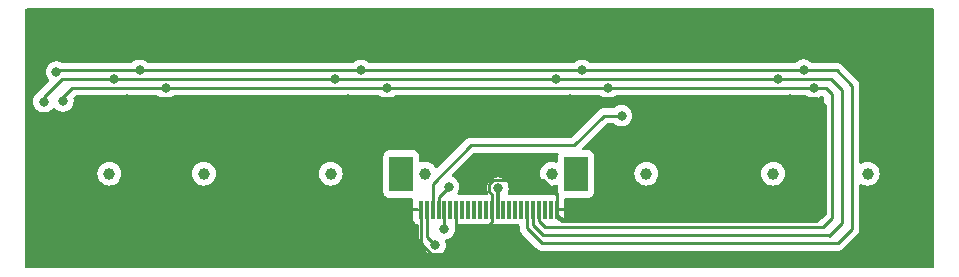
<source format=gbl>
%TF.GenerationSoftware,KiCad,Pcbnew,(6.0.1)*%
%TF.CreationDate,2022-03-04T18:54:32+03:00*%
%TF.ProjectId,MICROSD_EM_V1.1,4d494352-4f53-4445-9f45-4d5f56312e31,rev?*%
%TF.SameCoordinates,Original*%
%TF.FileFunction,Copper,L2,Bot*%
%TF.FilePolarity,Positive*%
%FSLAX46Y46*%
G04 Gerber Fmt 4.6, Leading zero omitted, Abs format (unit mm)*
G04 Created by KiCad (PCBNEW (6.0.1)) date 2022-03-04 18:54:32*
%MOMM*%
%LPD*%
G01*
G04 APERTURE LIST*
%TA.AperFunction,ComponentPad*%
%ADD10C,1.000000*%
%TD*%
%TA.AperFunction,SMDPad,CuDef*%
%ADD11R,0.300000X1.500000*%
%TD*%
%TA.AperFunction,SMDPad,CuDef*%
%ADD12R,2.000000X3.000000*%
%TD*%
%TA.AperFunction,ViaPad*%
%ADD13C,0.800000*%
%TD*%
%TA.AperFunction,Conductor*%
%ADD14C,0.250000*%
%TD*%
%TA.AperFunction,Conductor*%
%ADD15C,0.300000*%
%TD*%
%TA.AperFunction,Conductor*%
%ADD16C,0.400000*%
%TD*%
G04 APERTURE END LIST*
D10*
%TO.P,J4,11*%
%TO.N,N/C*%
X104633334Y-141500000D03*
X112633334Y-141500000D03*
%TD*%
%TO.P,J3,11*%
%TO.N,N/C*%
X123366667Y-141500000D03*
X131366667Y-141500000D03*
%TD*%
%TO.P,J1,11*%
%TO.N,N/C*%
X168833334Y-141500000D03*
X160833334Y-141500000D03*
%TD*%
%TO.P,J2,11*%
%TO.N,N/C*%
X142100000Y-141500000D03*
X150100000Y-141500000D03*
%TD*%
D11*
%TO.P,J5,1*%
%TO.N,GND*%
X130999999Y-144538481D03*
%TO.P,J5,2*%
%TO.N,/M2_D1*%
X131500023Y-144538481D03*
%TO.P,J5,3*%
%TO.N,/M2_D2*%
X131999997Y-144538481D03*
%TO.P,J5,4*%
%TO.N,/M2_D3*%
X132500021Y-144538481D03*
%TO.P,J5,5*%
%TO.N,/M2_D4*%
X132999995Y-144538481D03*
%TO.P,J5,6*%
%TO.N,/M2_D5*%
X133500019Y-144538481D03*
%TO.P,J5,7*%
%TO.N,GND*%
X133999993Y-144538481D03*
%TO.P,J5,8*%
%TO.N,/M2_D10*%
X134500017Y-144538481D03*
%TO.P,J5,9*%
%TO.N,/M2_D9*%
X134999991Y-144538481D03*
%TO.P,J5,10*%
%TO.N,/M2_D8*%
X135500015Y-144538481D03*
%TO.P,J5,11*%
%TO.N,/M2_D7*%
X135999989Y-144538481D03*
%TO.P,J5,12*%
%TO.N,/M2_D6*%
X136500013Y-144538481D03*
%TO.P,J5,13*%
%TO.N,GND*%
X136999987Y-144538481D03*
%TO.P,J5,14*%
%TO.N,/+3.3*%
X137500011Y-144538481D03*
%TO.P,J5,15*%
%TO.N,/VCC3*%
X137999985Y-144538481D03*
%TO.P,J5,16*%
%TO.N,/M3_D1*%
X138500009Y-144538481D03*
%TO.P,J5,17*%
%TO.N,/M3_D2*%
X138999983Y-144538481D03*
%TO.P,J5,18*%
%TO.N,/M3_D7*%
X139500007Y-144538481D03*
%TO.P,J5,19*%
%TO.N,/B3*%
X139999981Y-144538481D03*
%TO.P,J5,20*%
%TO.N,/B5*%
X140500005Y-144538481D03*
%TO.P,J5,21*%
%TO.N,/B4*%
X140999979Y-144538481D03*
%TO.P,J5,22*%
%TO.N,/B1*%
X141500003Y-144538481D03*
%TO.P,J5,23*%
%TO.N,/B2*%
X142000028Y-144538481D03*
%TO.P,J5,24*%
%TO.N,GND*%
X142500052Y-144538481D03*
D12*
%TO.P,J5,A*%
%TO.N,N/C*%
X129350015Y-141538487D03*
X144149985Y-141538487D03*
%TD*%
D13*
%TO.N,/B4*%
X100700000Y-135350000D03*
%TO.N,/B5*%
X99100000Y-135400000D03*
%TO.N,/B3*%
X100150000Y-132900000D03*
%TO.N,/M2_D1*%
X132200000Y-147550000D03*
%TO.N,/B4*%
X164300000Y-134250000D03*
X128150000Y-134250000D03*
X109400000Y-134250000D03*
X146850000Y-134250000D03*
%TO.N,/+3.3*%
X137524500Y-142724549D03*
%TO.N,/B3*%
X125950000Y-132750000D03*
X144650000Y-132750000D03*
X163408326Y-132741674D03*
X107200000Y-132750000D03*
%TO.N,/B5*%
X142450000Y-133500000D03*
X123750000Y-133500000D03*
X105000000Y-133500000D03*
X161208330Y-133491670D03*
%TO.N,/M2_D2*%
X148000000Y-136600000D03*
%TO.N,/M2_D3*%
X133350000Y-142600000D03*
%TO.N,/M2_D4*%
X133000000Y-146150000D03*
%TO.N,GND*%
X124850000Y-135150000D03*
X106100000Y-135150000D03*
X162300000Y-135150000D03*
X143600000Y-135150000D03*
%TD*%
D14*
%TO.N,/B4*%
X100700000Y-135050000D02*
X100700000Y-135350000D01*
X101500000Y-134250000D02*
X100700000Y-135050000D01*
%TO.N,/B5*%
X99100000Y-135000000D02*
X99100000Y-135400000D01*
X100600000Y-133500000D02*
X99100000Y-135000000D01*
%TO.N,/B3*%
X100300000Y-132750000D02*
X100150000Y-132900000D01*
X107200000Y-132750000D02*
X100300000Y-132750000D01*
%TO.N,/B5*%
X105000000Y-133500000D02*
X100600000Y-133500000D01*
%TO.N,/B4*%
X109400000Y-134250000D02*
X101500000Y-134250000D01*
%TO.N,/M2_D1*%
X131500000Y-144538504D02*
X131500000Y-146850000D01*
X131500023Y-144538481D02*
X131500000Y-144538504D01*
X131500000Y-146850000D02*
X132200000Y-147550000D01*
%TO.N,/B4*%
X165800000Y-145264282D02*
X165800000Y-134750000D01*
X140999979Y-144538481D02*
X140999979Y-145549979D01*
X165014282Y-146050000D02*
X165800000Y-145264282D01*
X141500000Y-146050000D02*
X165014282Y-146050000D01*
X164300000Y-134250000D02*
X109400000Y-134250000D01*
X140999979Y-145549979D02*
X141500000Y-146050000D01*
X165300000Y-134250000D02*
X164300000Y-134250000D01*
X165800000Y-134750000D02*
X165300000Y-134250000D01*
%TO.N,/+3.3*%
X137500011Y-142799989D02*
X137524500Y-142775500D01*
X137524500Y-142775500D02*
X137524500Y-142724549D01*
D15*
X137500011Y-144538481D02*
X137500011Y-142799989D01*
D14*
%TO.N,/B3*%
X141300000Y-147400000D02*
X166300000Y-147400000D01*
X167500000Y-146200000D02*
X167500000Y-134050000D01*
X167500000Y-134050000D02*
X166200000Y-132750000D01*
X166200000Y-132750000D02*
X144650000Y-132750000D01*
X139999981Y-144538481D02*
X139999981Y-146099981D01*
X144650000Y-132750000D02*
X107200000Y-132750000D01*
X139999981Y-146099981D02*
X141300000Y-147400000D01*
X166300000Y-147400000D02*
X167500000Y-146200000D01*
%TO.N,/B5*%
X141350000Y-146700000D02*
X140500005Y-145850005D01*
X166650000Y-145650000D02*
X165549520Y-146750480D01*
X140500005Y-145850005D02*
X140500005Y-144538481D01*
X165699520Y-133500000D02*
X142450000Y-133500000D01*
X142450000Y-133500000D02*
X123750000Y-133500000D01*
X165600000Y-146725000D02*
X141350000Y-146725000D01*
X166650000Y-134450480D02*
X165699520Y-133500000D01*
X123750000Y-133500000D02*
X105000000Y-133500000D01*
X166650000Y-145599520D02*
X166650000Y-134450480D01*
%TO.N,/M2_D2*%
X146500000Y-136600000D02*
X148000000Y-136600000D01*
X135250000Y-139100000D02*
X144000000Y-139100000D01*
X144000000Y-139100000D02*
X146500000Y-136600000D01*
X131999997Y-142350003D02*
X135250000Y-139100000D01*
X131999997Y-144538481D02*
X131999997Y-142350003D01*
%TO.N,/M2_D3*%
X132500021Y-143449979D02*
X132500021Y-144538481D01*
X133350000Y-142600000D02*
X132500021Y-143449979D01*
%TO.N,/M2_D4*%
X132999995Y-144538481D02*
X132999995Y-146149995D01*
X132999995Y-146149995D02*
X133000000Y-146150000D01*
%TO.N,GND*%
X136650000Y-145900000D02*
X134400000Y-145900000D01*
D16*
X142550000Y-145050000D02*
X142950000Y-145450000D01*
D14*
X136800000Y-142350000D02*
X137150000Y-142000000D01*
X136999987Y-144538481D02*
X136999987Y-143224601D01*
X133999993Y-147700007D02*
X133425489Y-148274511D01*
D16*
X165100000Y-135750000D02*
X164500000Y-135150000D01*
D14*
X133999993Y-146300007D02*
X133999993Y-147700007D01*
X137150000Y-142000000D02*
X141350000Y-142000000D01*
X136800000Y-143024614D02*
X136800000Y-142350000D01*
D16*
X164500000Y-135150000D02*
X162300000Y-135150000D01*
X124850000Y-135150000D02*
X137350000Y-135150000D01*
D14*
X134400000Y-145900000D02*
X133999993Y-146300007D01*
D16*
X165100000Y-144800000D02*
X165100000Y-135750000D01*
X162300000Y-135150000D02*
X143600000Y-135150000D01*
D14*
X130999999Y-147399999D02*
X130999999Y-144538481D01*
X131874511Y-148274511D02*
X130999999Y-147399999D01*
X142500052Y-145000052D02*
X142500052Y-144538481D01*
X141350000Y-142000000D02*
X142500052Y-143150052D01*
X142550000Y-145050000D02*
X142500052Y-145000052D01*
X136999987Y-143224601D02*
X136800000Y-143024614D01*
X133425489Y-148274511D02*
X131874511Y-148274511D01*
X142500052Y-143150052D02*
X142500052Y-144538481D01*
X133999993Y-146300007D02*
X133999993Y-144538481D01*
D16*
X142950000Y-145450000D02*
X164450000Y-145450000D01*
D14*
X136999987Y-144538481D02*
X136999987Y-145550013D01*
D16*
X106100000Y-135150000D02*
X124850000Y-135150000D01*
D14*
X136999987Y-145550013D02*
X136650000Y-145900000D01*
D16*
X143600000Y-135150000D02*
X137250000Y-135150000D01*
X164450000Y-145450000D02*
X165100000Y-144800000D01*
%TD*%
%TA.AperFunction,Conductor*%
%TO.N,GND*%
G36*
X174434121Y-127528002D02*
G01*
X174480614Y-127581658D01*
X174492000Y-127634000D01*
X174492000Y-149366000D01*
X174471998Y-149434121D01*
X174418342Y-149480614D01*
X174366000Y-149492000D01*
X97634000Y-149492000D01*
X97565879Y-149471998D01*
X97519386Y-149418342D01*
X97508000Y-149366000D01*
X97508000Y-141485851D01*
X103620053Y-141485851D01*
X103636602Y-141682934D01*
X103638301Y-141688858D01*
X103686928Y-141858440D01*
X103691117Y-141873050D01*
X103781521Y-142048956D01*
X103904369Y-142203953D01*
X103909062Y-142207947D01*
X103909063Y-142207948D01*
X103933500Y-142228745D01*
X104054984Y-142332136D01*
X104227628Y-142428624D01*
X104415726Y-142489740D01*
X104612111Y-142513158D01*
X104618246Y-142512686D01*
X104618248Y-142512686D01*
X104803164Y-142498457D01*
X104803168Y-142498456D01*
X104809306Y-142497984D01*
X104999797Y-142444798D01*
X105005301Y-142442018D01*
X105005303Y-142442017D01*
X105170829Y-142358404D01*
X105170831Y-142358403D01*
X105176330Y-142355625D01*
X105332181Y-142233861D01*
X105461412Y-142084145D01*
X105559103Y-141912179D01*
X105621531Y-141724513D01*
X105646319Y-141528295D01*
X105646714Y-141500000D01*
X105645327Y-141485851D01*
X111620053Y-141485851D01*
X111636602Y-141682934D01*
X111638301Y-141688858D01*
X111686928Y-141858440D01*
X111691117Y-141873050D01*
X111781521Y-142048956D01*
X111904369Y-142203953D01*
X111909062Y-142207947D01*
X111909063Y-142207948D01*
X111933500Y-142228745D01*
X112054984Y-142332136D01*
X112227628Y-142428624D01*
X112415726Y-142489740D01*
X112612111Y-142513158D01*
X112618246Y-142512686D01*
X112618248Y-142512686D01*
X112803164Y-142498457D01*
X112803168Y-142498456D01*
X112809306Y-142497984D01*
X112999797Y-142444798D01*
X113005301Y-142442018D01*
X113005303Y-142442017D01*
X113170829Y-142358404D01*
X113170831Y-142358403D01*
X113176330Y-142355625D01*
X113332181Y-142233861D01*
X113461412Y-142084145D01*
X113559103Y-141912179D01*
X113621531Y-141724513D01*
X113646319Y-141528295D01*
X113646714Y-141500000D01*
X113645327Y-141485851D01*
X122353386Y-141485851D01*
X122369935Y-141682934D01*
X122371634Y-141688858D01*
X122420261Y-141858440D01*
X122424450Y-141873050D01*
X122514854Y-142048956D01*
X122637702Y-142203953D01*
X122642395Y-142207947D01*
X122642396Y-142207948D01*
X122666833Y-142228745D01*
X122788317Y-142332136D01*
X122960961Y-142428624D01*
X123149059Y-142489740D01*
X123345444Y-142513158D01*
X123351579Y-142512686D01*
X123351581Y-142512686D01*
X123536497Y-142498457D01*
X123536501Y-142498456D01*
X123542639Y-142497984D01*
X123733130Y-142444798D01*
X123738634Y-142442018D01*
X123738636Y-142442017D01*
X123904162Y-142358404D01*
X123904164Y-142358403D01*
X123909663Y-142355625D01*
X124065514Y-142233861D01*
X124194745Y-142084145D01*
X124292436Y-141912179D01*
X124354864Y-141724513D01*
X124379652Y-141528295D01*
X124380047Y-141500000D01*
X124360747Y-141303167D01*
X124303583Y-141113831D01*
X124210733Y-140939204D01*
X124140376Y-140852938D01*
X124089627Y-140790713D01*
X124089624Y-140790710D01*
X124085732Y-140785938D01*
X124079391Y-140780692D01*
X123938092Y-140663799D01*
X123938088Y-140663797D01*
X123933342Y-140659870D01*
X123759368Y-140565802D01*
X123570435Y-140507318D01*
X123564310Y-140506674D01*
X123564309Y-140506674D01*
X123379871Y-140487289D01*
X123379869Y-140487289D01*
X123373742Y-140486645D01*
X123291243Y-140494153D01*
X123182918Y-140504011D01*
X123182915Y-140504012D01*
X123176779Y-140504570D01*
X123170873Y-140506308D01*
X123170869Y-140506309D01*
X123065743Y-140537249D01*
X122987048Y-140560410D01*
X122981590Y-140563263D01*
X122981586Y-140563265D01*
X122890814Y-140610720D01*
X122811777Y-140652040D01*
X122657642Y-140775968D01*
X122530513Y-140927474D01*
X122527546Y-140932872D01*
X122527542Y-140932877D01*
X122462385Y-141051399D01*
X122435234Y-141100787D01*
X122433373Y-141106654D01*
X122433372Y-141106656D01*
X122377294Y-141283436D01*
X122375432Y-141289306D01*
X122353386Y-141485851D01*
X113645327Y-141485851D01*
X113627414Y-141303167D01*
X113570250Y-141113831D01*
X113477400Y-140939204D01*
X113407043Y-140852938D01*
X113356294Y-140790713D01*
X113356291Y-140790710D01*
X113352399Y-140785938D01*
X113346058Y-140780692D01*
X113204759Y-140663799D01*
X113204755Y-140663797D01*
X113200009Y-140659870D01*
X113026035Y-140565802D01*
X112837102Y-140507318D01*
X112830977Y-140506674D01*
X112830976Y-140506674D01*
X112646538Y-140487289D01*
X112646536Y-140487289D01*
X112640409Y-140486645D01*
X112557910Y-140494153D01*
X112449585Y-140504011D01*
X112449582Y-140504012D01*
X112443446Y-140504570D01*
X112437540Y-140506308D01*
X112437536Y-140506309D01*
X112332410Y-140537249D01*
X112253715Y-140560410D01*
X112248257Y-140563263D01*
X112248253Y-140563265D01*
X112157481Y-140610720D01*
X112078444Y-140652040D01*
X111924309Y-140775968D01*
X111797180Y-140927474D01*
X111794213Y-140932872D01*
X111794209Y-140932877D01*
X111729052Y-141051399D01*
X111701901Y-141100787D01*
X111700040Y-141106654D01*
X111700039Y-141106656D01*
X111643961Y-141283436D01*
X111642099Y-141289306D01*
X111620053Y-141485851D01*
X105645327Y-141485851D01*
X105627414Y-141303167D01*
X105570250Y-141113831D01*
X105477400Y-140939204D01*
X105407043Y-140852938D01*
X105356294Y-140790713D01*
X105356291Y-140790710D01*
X105352399Y-140785938D01*
X105346058Y-140780692D01*
X105204759Y-140663799D01*
X105204755Y-140663797D01*
X105200009Y-140659870D01*
X105026035Y-140565802D01*
X104837102Y-140507318D01*
X104830977Y-140506674D01*
X104830976Y-140506674D01*
X104646538Y-140487289D01*
X104646536Y-140487289D01*
X104640409Y-140486645D01*
X104557910Y-140494153D01*
X104449585Y-140504011D01*
X104449582Y-140504012D01*
X104443446Y-140504570D01*
X104437540Y-140506308D01*
X104437536Y-140506309D01*
X104332410Y-140537249D01*
X104253715Y-140560410D01*
X104248257Y-140563263D01*
X104248253Y-140563265D01*
X104157481Y-140610720D01*
X104078444Y-140652040D01*
X103924309Y-140775968D01*
X103797180Y-140927474D01*
X103794213Y-140932872D01*
X103794209Y-140932877D01*
X103729052Y-141051399D01*
X103701901Y-141100787D01*
X103700040Y-141106654D01*
X103700039Y-141106656D01*
X103643961Y-141283436D01*
X103642099Y-141289306D01*
X103620053Y-141485851D01*
X97508000Y-141485851D01*
X97508000Y-135400000D01*
X98186496Y-135400000D01*
X98206458Y-135589928D01*
X98265473Y-135771556D01*
X98360960Y-135936944D01*
X98365378Y-135941851D01*
X98365379Y-135941852D01*
X98447223Y-136032749D01*
X98488747Y-136078866D01*
X98643248Y-136191118D01*
X98649276Y-136193802D01*
X98649278Y-136193803D01*
X98794591Y-136258500D01*
X98817712Y-136268794D01*
X98911112Y-136288647D01*
X98998056Y-136307128D01*
X98998061Y-136307128D01*
X99004513Y-136308500D01*
X99195487Y-136308500D01*
X99201939Y-136307128D01*
X99201944Y-136307128D01*
X99288888Y-136288647D01*
X99382288Y-136268794D01*
X99405409Y-136258500D01*
X99550722Y-136193803D01*
X99550724Y-136193802D01*
X99556752Y-136191118D01*
X99711253Y-136078866D01*
X99828875Y-135948233D01*
X99889320Y-135910994D01*
X99960303Y-135912346D01*
X100016145Y-135948234D01*
X100088747Y-136028866D01*
X100157566Y-136078866D01*
X100234178Y-136134528D01*
X100243248Y-136141118D01*
X100249276Y-136143802D01*
X100249278Y-136143803D01*
X100304985Y-136168605D01*
X100417712Y-136218794D01*
X100492680Y-136234729D01*
X100598056Y-136257128D01*
X100598061Y-136257128D01*
X100604513Y-136258500D01*
X100795487Y-136258500D01*
X100801939Y-136257128D01*
X100801944Y-136257128D01*
X100907320Y-136234729D01*
X100982288Y-136218794D01*
X101095015Y-136168605D01*
X101150722Y-136143803D01*
X101150724Y-136143802D01*
X101156752Y-136141118D01*
X101165823Y-136134528D01*
X101242434Y-136078866D01*
X101311253Y-136028866D01*
X101359775Y-135974977D01*
X101434621Y-135891852D01*
X101434622Y-135891851D01*
X101439040Y-135886944D01*
X101509288Y-135765271D01*
X101531223Y-135727279D01*
X101531224Y-135727278D01*
X101534527Y-135721556D01*
X101593542Y-135539928D01*
X101613504Y-135350000D01*
X101599487Y-135216635D01*
X101594233Y-135166642D01*
X101594232Y-135166638D01*
X101593542Y-135160072D01*
X101591502Y-135153792D01*
X101591500Y-135153785D01*
X101590987Y-135152207D01*
X101590960Y-135151244D01*
X101590128Y-135147332D01*
X101590843Y-135147180D01*
X101588961Y-135081240D01*
X101621726Y-135024178D01*
X101670403Y-134975502D01*
X101725501Y-134920404D01*
X101787813Y-134886379D01*
X101814596Y-134883500D01*
X108691800Y-134883500D01*
X108759921Y-134903502D01*
X108779147Y-134919843D01*
X108779420Y-134919540D01*
X108784332Y-134923963D01*
X108788747Y-134928866D01*
X108943248Y-135041118D01*
X108949276Y-135043802D01*
X108949278Y-135043803D01*
X109111681Y-135116109D01*
X109117712Y-135118794D01*
X109211113Y-135138647D01*
X109298056Y-135157128D01*
X109298061Y-135157128D01*
X109304513Y-135158500D01*
X109495487Y-135158500D01*
X109501939Y-135157128D01*
X109501944Y-135157128D01*
X109588887Y-135138647D01*
X109682288Y-135118794D01*
X109688319Y-135116109D01*
X109850722Y-135043803D01*
X109850724Y-135043802D01*
X109856752Y-135041118D01*
X110011253Y-134928866D01*
X110015668Y-134923963D01*
X110020580Y-134919540D01*
X110021705Y-134920789D01*
X110075014Y-134887949D01*
X110108200Y-134883500D01*
X127441800Y-134883500D01*
X127509921Y-134903502D01*
X127529147Y-134919843D01*
X127529420Y-134919540D01*
X127534332Y-134923963D01*
X127538747Y-134928866D01*
X127693248Y-135041118D01*
X127699276Y-135043802D01*
X127699278Y-135043803D01*
X127861681Y-135116109D01*
X127867712Y-135118794D01*
X127961113Y-135138647D01*
X128048056Y-135157128D01*
X128048061Y-135157128D01*
X128054513Y-135158500D01*
X128245487Y-135158500D01*
X128251939Y-135157128D01*
X128251944Y-135157128D01*
X128338887Y-135138647D01*
X128432288Y-135118794D01*
X128438319Y-135116109D01*
X128600722Y-135043803D01*
X128600724Y-135043802D01*
X128606752Y-135041118D01*
X128761253Y-134928866D01*
X128765668Y-134923963D01*
X128770580Y-134919540D01*
X128771705Y-134920789D01*
X128825014Y-134887949D01*
X128858200Y-134883500D01*
X146141800Y-134883500D01*
X146209921Y-134903502D01*
X146229147Y-134919843D01*
X146229420Y-134919540D01*
X146234332Y-134923963D01*
X146238747Y-134928866D01*
X146393248Y-135041118D01*
X146399276Y-135043802D01*
X146399278Y-135043803D01*
X146561681Y-135116109D01*
X146567712Y-135118794D01*
X146661113Y-135138647D01*
X146748056Y-135157128D01*
X146748061Y-135157128D01*
X146754513Y-135158500D01*
X146945487Y-135158500D01*
X146951939Y-135157128D01*
X146951944Y-135157128D01*
X147038887Y-135138647D01*
X147132288Y-135118794D01*
X147138319Y-135116109D01*
X147300722Y-135043803D01*
X147300724Y-135043802D01*
X147306752Y-135041118D01*
X147461253Y-134928866D01*
X147465668Y-134923963D01*
X147470580Y-134919540D01*
X147471705Y-134920789D01*
X147525014Y-134887949D01*
X147558200Y-134883500D01*
X163591800Y-134883500D01*
X163659921Y-134903502D01*
X163679147Y-134919843D01*
X163679420Y-134919540D01*
X163684332Y-134923963D01*
X163688747Y-134928866D01*
X163843248Y-135041118D01*
X163849276Y-135043802D01*
X163849278Y-135043803D01*
X164011681Y-135116109D01*
X164017712Y-135118794D01*
X164111113Y-135138647D01*
X164198056Y-135157128D01*
X164198061Y-135157128D01*
X164204513Y-135158500D01*
X164395487Y-135158500D01*
X164401939Y-135157128D01*
X164401944Y-135157128D01*
X164488887Y-135138647D01*
X164582288Y-135118794D01*
X164588319Y-135116109D01*
X164750722Y-135043803D01*
X164750724Y-135043802D01*
X164756752Y-135041118D01*
X164911253Y-134928866D01*
X164913398Y-134926484D01*
X164976267Y-134896313D01*
X165046721Y-134905076D01*
X165085667Y-134931572D01*
X165129596Y-134975502D01*
X165163621Y-135037814D01*
X165166500Y-135064596D01*
X165166500Y-144949687D01*
X165146498Y-145017808D01*
X165129595Y-145038783D01*
X164788781Y-145379596D01*
X164726469Y-145413621D01*
X164699686Y-145416500D01*
X143284052Y-145416500D01*
X143215931Y-145396498D01*
X143169438Y-145342842D01*
X143158052Y-145290500D01*
X143158052Y-144706596D01*
X143153577Y-144691357D01*
X143152187Y-144690152D01*
X143144504Y-144688481D01*
X142784528Y-144688481D01*
X142716407Y-144668479D01*
X142669914Y-144614823D01*
X142658528Y-144562481D01*
X142658528Y-144514481D01*
X142678530Y-144446360D01*
X142732186Y-144399867D01*
X142784528Y-144388481D01*
X143139936Y-144388481D01*
X143155175Y-144384006D01*
X143156380Y-144382616D01*
X143158051Y-144374933D01*
X143158051Y-143743812D01*
X143157682Y-143736993D01*
X143152207Y-143686593D01*
X143164736Y-143616711D01*
X143213057Y-143564696D01*
X143277470Y-143546987D01*
X145198119Y-143546987D01*
X145260301Y-143540232D01*
X145396690Y-143489102D01*
X145513246Y-143401748D01*
X145600600Y-143285192D01*
X145651730Y-143148803D01*
X145658485Y-143086621D01*
X145658485Y-141485851D01*
X149086719Y-141485851D01*
X149103268Y-141682934D01*
X149104967Y-141688858D01*
X149153594Y-141858440D01*
X149157783Y-141873050D01*
X149248187Y-142048956D01*
X149371035Y-142203953D01*
X149375728Y-142207947D01*
X149375729Y-142207948D01*
X149400166Y-142228745D01*
X149521650Y-142332136D01*
X149694294Y-142428624D01*
X149882392Y-142489740D01*
X150078777Y-142513158D01*
X150084912Y-142512686D01*
X150084914Y-142512686D01*
X150269830Y-142498457D01*
X150269834Y-142498456D01*
X150275972Y-142497984D01*
X150466463Y-142444798D01*
X150471967Y-142442018D01*
X150471969Y-142442017D01*
X150637495Y-142358404D01*
X150637497Y-142358403D01*
X150642996Y-142355625D01*
X150798847Y-142233861D01*
X150928078Y-142084145D01*
X151025769Y-141912179D01*
X151088197Y-141724513D01*
X151112985Y-141528295D01*
X151113380Y-141500000D01*
X151111993Y-141485851D01*
X159820053Y-141485851D01*
X159836602Y-141682934D01*
X159838301Y-141688858D01*
X159886928Y-141858440D01*
X159891117Y-141873050D01*
X159981521Y-142048956D01*
X160104369Y-142203953D01*
X160109062Y-142207947D01*
X160109063Y-142207948D01*
X160133500Y-142228745D01*
X160254984Y-142332136D01*
X160427628Y-142428624D01*
X160615726Y-142489740D01*
X160812111Y-142513158D01*
X160818246Y-142512686D01*
X160818248Y-142512686D01*
X161003164Y-142498457D01*
X161003168Y-142498456D01*
X161009306Y-142497984D01*
X161199797Y-142444798D01*
X161205301Y-142442018D01*
X161205303Y-142442017D01*
X161370829Y-142358404D01*
X161370831Y-142358403D01*
X161376330Y-142355625D01*
X161532181Y-142233861D01*
X161661412Y-142084145D01*
X161759103Y-141912179D01*
X161821531Y-141724513D01*
X161846319Y-141528295D01*
X161846714Y-141500000D01*
X161827414Y-141303167D01*
X161770250Y-141113831D01*
X161677400Y-140939204D01*
X161607043Y-140852938D01*
X161556294Y-140790713D01*
X161556291Y-140790710D01*
X161552399Y-140785938D01*
X161546058Y-140780692D01*
X161404759Y-140663799D01*
X161404755Y-140663797D01*
X161400009Y-140659870D01*
X161226035Y-140565802D01*
X161037102Y-140507318D01*
X161030977Y-140506674D01*
X161030976Y-140506674D01*
X160846538Y-140487289D01*
X160846536Y-140487289D01*
X160840409Y-140486645D01*
X160757910Y-140494153D01*
X160649585Y-140504011D01*
X160649582Y-140504012D01*
X160643446Y-140504570D01*
X160637540Y-140506308D01*
X160637536Y-140506309D01*
X160532410Y-140537249D01*
X160453715Y-140560410D01*
X160448257Y-140563263D01*
X160448253Y-140563265D01*
X160357481Y-140610720D01*
X160278444Y-140652040D01*
X160124309Y-140775968D01*
X159997180Y-140927474D01*
X159994213Y-140932872D01*
X159994209Y-140932877D01*
X159929052Y-141051399D01*
X159901901Y-141100787D01*
X159900040Y-141106654D01*
X159900039Y-141106656D01*
X159843961Y-141283436D01*
X159842099Y-141289306D01*
X159820053Y-141485851D01*
X151111993Y-141485851D01*
X151094080Y-141303167D01*
X151036916Y-141113831D01*
X150944066Y-140939204D01*
X150873709Y-140852938D01*
X150822960Y-140790713D01*
X150822957Y-140790710D01*
X150819065Y-140785938D01*
X150812724Y-140780692D01*
X150671425Y-140663799D01*
X150671421Y-140663797D01*
X150666675Y-140659870D01*
X150492701Y-140565802D01*
X150303768Y-140507318D01*
X150297643Y-140506674D01*
X150297642Y-140506674D01*
X150113204Y-140487289D01*
X150113202Y-140487289D01*
X150107075Y-140486645D01*
X150024576Y-140494153D01*
X149916251Y-140504011D01*
X149916248Y-140504012D01*
X149910112Y-140504570D01*
X149904206Y-140506308D01*
X149904202Y-140506309D01*
X149799076Y-140537249D01*
X149720381Y-140560410D01*
X149714923Y-140563263D01*
X149714919Y-140563265D01*
X149624147Y-140610720D01*
X149545110Y-140652040D01*
X149390975Y-140775968D01*
X149263846Y-140927474D01*
X149260879Y-140932872D01*
X149260875Y-140932877D01*
X149195718Y-141051399D01*
X149168567Y-141100787D01*
X149166706Y-141106654D01*
X149166705Y-141106656D01*
X149110627Y-141283436D01*
X149108765Y-141289306D01*
X149086719Y-141485851D01*
X145658485Y-141485851D01*
X145658485Y-139990353D01*
X145651730Y-139928171D01*
X145600600Y-139791782D01*
X145513246Y-139675226D01*
X145396690Y-139587872D01*
X145260301Y-139536742D01*
X145198119Y-139529987D01*
X144770107Y-139529987D01*
X144701986Y-139509985D01*
X144655493Y-139456329D01*
X144645389Y-139386055D01*
X144674883Y-139321475D01*
X144681012Y-139314892D01*
X146725500Y-137270405D01*
X146787812Y-137236379D01*
X146814595Y-137233500D01*
X147291800Y-137233500D01*
X147359921Y-137253502D01*
X147379147Y-137269843D01*
X147379420Y-137269540D01*
X147384332Y-137273963D01*
X147388747Y-137278866D01*
X147543248Y-137391118D01*
X147549276Y-137393802D01*
X147549278Y-137393803D01*
X147711681Y-137466109D01*
X147717712Y-137468794D01*
X147811113Y-137488647D01*
X147898056Y-137507128D01*
X147898061Y-137507128D01*
X147904513Y-137508500D01*
X148095487Y-137508500D01*
X148101939Y-137507128D01*
X148101944Y-137507128D01*
X148188887Y-137488647D01*
X148282288Y-137468794D01*
X148288319Y-137466109D01*
X148450722Y-137393803D01*
X148450724Y-137393802D01*
X148456752Y-137391118D01*
X148611253Y-137278866D01*
X148634091Y-137253502D01*
X148734621Y-137141852D01*
X148734622Y-137141851D01*
X148739040Y-137136944D01*
X148834527Y-136971556D01*
X148893542Y-136789928D01*
X148913504Y-136600000D01*
X148893542Y-136410072D01*
X148834527Y-136228444D01*
X148827406Y-136216109D01*
X148783830Y-136140634D01*
X148739040Y-136063056D01*
X148722882Y-136045110D01*
X148615675Y-135926045D01*
X148615674Y-135926044D01*
X148611253Y-135921134D01*
X148456752Y-135808882D01*
X148450724Y-135806198D01*
X148450722Y-135806197D01*
X148288319Y-135733891D01*
X148288318Y-135733891D01*
X148282288Y-135731206D01*
X148188887Y-135711353D01*
X148101944Y-135692872D01*
X148101939Y-135692872D01*
X148095487Y-135691500D01*
X147904513Y-135691500D01*
X147898061Y-135692872D01*
X147898056Y-135692872D01*
X147811113Y-135711353D01*
X147717712Y-135731206D01*
X147711682Y-135733891D01*
X147711681Y-135733891D01*
X147549278Y-135806197D01*
X147549276Y-135806198D01*
X147543248Y-135808882D01*
X147388747Y-135921134D01*
X147384332Y-135926037D01*
X147379420Y-135930460D01*
X147378295Y-135929211D01*
X147324986Y-135962051D01*
X147291800Y-135966500D01*
X146578767Y-135966500D01*
X146567584Y-135965973D01*
X146560091Y-135964298D01*
X146552165Y-135964547D01*
X146552164Y-135964547D01*
X146492001Y-135966438D01*
X146488043Y-135966500D01*
X146460144Y-135966500D01*
X146456154Y-135967004D01*
X146444320Y-135967936D01*
X146400111Y-135969326D01*
X146392497Y-135971538D01*
X146392492Y-135971539D01*
X146380659Y-135974977D01*
X146361296Y-135978988D01*
X146341203Y-135981526D01*
X146333836Y-135984443D01*
X146333831Y-135984444D01*
X146300092Y-135997802D01*
X146288865Y-136001646D01*
X146246407Y-136013982D01*
X146239581Y-136018019D01*
X146228972Y-136024293D01*
X146211224Y-136032988D01*
X146192383Y-136040448D01*
X146185967Y-136045110D01*
X146185966Y-136045110D01*
X146156613Y-136066436D01*
X146146693Y-136072952D01*
X146115465Y-136091420D01*
X146115462Y-136091422D01*
X146108638Y-136095458D01*
X146094317Y-136109779D01*
X146079284Y-136122619D01*
X146062893Y-136134528D01*
X146055220Y-136143803D01*
X146034702Y-136168605D01*
X146026712Y-136177384D01*
X143774500Y-138429595D01*
X143712188Y-138463621D01*
X143685405Y-138466500D01*
X135328763Y-138466500D01*
X135317579Y-138465973D01*
X135310091Y-138464299D01*
X135302168Y-138464548D01*
X135242033Y-138466438D01*
X135238075Y-138466500D01*
X135210144Y-138466500D01*
X135206229Y-138466995D01*
X135206225Y-138466995D01*
X135206167Y-138467003D01*
X135206138Y-138467006D01*
X135194296Y-138467939D01*
X135150110Y-138469327D01*
X135132744Y-138474372D01*
X135130658Y-138474978D01*
X135111306Y-138478986D01*
X135104235Y-138479880D01*
X135091203Y-138481526D01*
X135083834Y-138484443D01*
X135083832Y-138484444D01*
X135050097Y-138497800D01*
X135038869Y-138501645D01*
X134996407Y-138513982D01*
X134989585Y-138518016D01*
X134989579Y-138518019D01*
X134978968Y-138524294D01*
X134961218Y-138532990D01*
X134949756Y-138537528D01*
X134949751Y-138537531D01*
X134942383Y-138540448D01*
X134935968Y-138545109D01*
X134906625Y-138566427D01*
X134896707Y-138572943D01*
X134878019Y-138583995D01*
X134858637Y-138595458D01*
X134844313Y-138609782D01*
X134829281Y-138622621D01*
X134812893Y-138634528D01*
X134784712Y-138668593D01*
X134776722Y-138677373D01*
X132436722Y-141017373D01*
X132374410Y-141051399D01*
X132303595Y-141046334D01*
X132246759Y-141003787D01*
X132236375Y-140987430D01*
X132213629Y-140944649D01*
X132213625Y-140944642D01*
X132210733Y-140939204D01*
X132140376Y-140852938D01*
X132089627Y-140790713D01*
X132089624Y-140790710D01*
X132085732Y-140785938D01*
X132079391Y-140780692D01*
X131938092Y-140663799D01*
X131938088Y-140663797D01*
X131933342Y-140659870D01*
X131759368Y-140565802D01*
X131570435Y-140507318D01*
X131564310Y-140506674D01*
X131564309Y-140506674D01*
X131379871Y-140487289D01*
X131379869Y-140487289D01*
X131373742Y-140486645D01*
X131291243Y-140494153D01*
X131182918Y-140504011D01*
X131182915Y-140504012D01*
X131176779Y-140504570D01*
X131170869Y-140506310D01*
X131170866Y-140506310D01*
X131020089Y-140550685D01*
X130949093Y-140550729D01*
X130889342Y-140512383D01*
X130859809Y-140447821D01*
X130858515Y-140429811D01*
X130858515Y-139990353D01*
X130851760Y-139928171D01*
X130800630Y-139791782D01*
X130713276Y-139675226D01*
X130596720Y-139587872D01*
X130460331Y-139536742D01*
X130398149Y-139529987D01*
X128301881Y-139529987D01*
X128239699Y-139536742D01*
X128103310Y-139587872D01*
X127986754Y-139675226D01*
X127899400Y-139791782D01*
X127848270Y-139928171D01*
X127841515Y-139990353D01*
X127841515Y-143086621D01*
X127848270Y-143148803D01*
X127899400Y-143285192D01*
X127986754Y-143401748D01*
X128103310Y-143489102D01*
X128239699Y-143540232D01*
X128301881Y-143546987D01*
X130222580Y-143546987D01*
X130290701Y-143566989D01*
X130337194Y-143620645D01*
X130347843Y-143686594D01*
X130342368Y-143736993D01*
X130341999Y-143743809D01*
X130341999Y-144370366D01*
X130346474Y-144385605D01*
X130347864Y-144386810D01*
X130355547Y-144388481D01*
X130715523Y-144388481D01*
X130783644Y-144408483D01*
X130830137Y-144462139D01*
X130841523Y-144514481D01*
X130841523Y-144562481D01*
X130821521Y-144630602D01*
X130767865Y-144677095D01*
X130715523Y-144688481D01*
X130360115Y-144688481D01*
X130344876Y-144692956D01*
X130343671Y-144694346D01*
X130342000Y-144702029D01*
X130342000Y-145333150D01*
X130342370Y-145339971D01*
X130347894Y-145390833D01*
X130351520Y-145406085D01*
X130396675Y-145526535D01*
X130405213Y-145542130D01*
X130481714Y-145644205D01*
X130494275Y-145656766D01*
X130596350Y-145733267D01*
X130611945Y-145741805D01*
X130732393Y-145786959D01*
X130747649Y-145790587D01*
X130754106Y-145791288D01*
X130819669Y-145818529D01*
X130860096Y-145876891D01*
X130866500Y-145916551D01*
X130866500Y-146771233D01*
X130865973Y-146782416D01*
X130864298Y-146789909D01*
X130864547Y-146797835D01*
X130864547Y-146797836D01*
X130866438Y-146857986D01*
X130866500Y-146861945D01*
X130866500Y-146889856D01*
X130866997Y-146893790D01*
X130866997Y-146893791D01*
X130867005Y-146893856D01*
X130867938Y-146905693D01*
X130869327Y-146949889D01*
X130874978Y-146969339D01*
X130878987Y-146988700D01*
X130881526Y-147008797D01*
X130884445Y-147016168D01*
X130884445Y-147016170D01*
X130897804Y-147049912D01*
X130901649Y-147061142D01*
X130913982Y-147103593D01*
X130918015Y-147110412D01*
X130918017Y-147110417D01*
X130924293Y-147121028D01*
X130932988Y-147138776D01*
X130940448Y-147157617D01*
X130945110Y-147164033D01*
X130945110Y-147164034D01*
X130966436Y-147193387D01*
X130972952Y-147203307D01*
X130995458Y-147241362D01*
X131009779Y-147255683D01*
X131022619Y-147270716D01*
X131034528Y-147287107D01*
X131040634Y-147292158D01*
X131068605Y-147315298D01*
X131077384Y-147323288D01*
X131252878Y-147498782D01*
X131286904Y-147561094D01*
X131289092Y-147574703D01*
X131306458Y-147739928D01*
X131365473Y-147921556D01*
X131460960Y-148086944D01*
X131588747Y-148228866D01*
X131743248Y-148341118D01*
X131749276Y-148343802D01*
X131749278Y-148343803D01*
X131911681Y-148416109D01*
X131917712Y-148418794D01*
X132011113Y-148438647D01*
X132098056Y-148457128D01*
X132098061Y-148457128D01*
X132104513Y-148458500D01*
X132295487Y-148458500D01*
X132301939Y-148457128D01*
X132301944Y-148457128D01*
X132388887Y-148438647D01*
X132482288Y-148418794D01*
X132488319Y-148416109D01*
X132650722Y-148343803D01*
X132650724Y-148343802D01*
X132656752Y-148341118D01*
X132811253Y-148228866D01*
X132939040Y-148086944D01*
X133034527Y-147921556D01*
X133093542Y-147739928D01*
X133113504Y-147550000D01*
X133093542Y-147360072D01*
X133056794Y-147246973D01*
X133045254Y-147211457D01*
X133043226Y-147140490D01*
X133079889Y-147079692D01*
X133138889Y-147049275D01*
X133282288Y-147018794D01*
X133304742Y-147008797D01*
X133450722Y-146943803D01*
X133450724Y-146943802D01*
X133456752Y-146941118D01*
X133611253Y-146828866D01*
X133739040Y-146686944D01*
X133807498Y-146568372D01*
X133831223Y-146527279D01*
X133831224Y-146527278D01*
X133834527Y-146521556D01*
X133893542Y-146339928D01*
X133894732Y-146328611D01*
X133912814Y-146156565D01*
X133913504Y-146150000D01*
X133909502Y-146111926D01*
X133894232Y-145966635D01*
X133894232Y-145966633D01*
X133893542Y-145960072D01*
X133864276Y-145870000D01*
X133862249Y-145799032D01*
X133898911Y-145738234D01*
X133908540Y-145730240D01*
X133924452Y-145718315D01*
X133990955Y-145693466D01*
X134060338Y-145708517D01*
X134075576Y-145718309D01*
X134103312Y-145739096D01*
X134103313Y-145739096D01*
X134103091Y-145739393D01*
X134149126Y-145785529D01*
X134151348Y-145790900D01*
X134155858Y-145794809D01*
X134163541Y-145796480D01*
X134194662Y-145796480D01*
X134201484Y-145796110D01*
X134234073Y-145792571D01*
X134261285Y-145792571D01*
X134298484Y-145796612D01*
X134298488Y-145796612D01*
X134301883Y-145796981D01*
X134698151Y-145796981D01*
X134736399Y-145792826D01*
X134763609Y-145792826D01*
X134801857Y-145796981D01*
X135198125Y-145796981D01*
X135236398Y-145792823D01*
X135263608Y-145792823D01*
X135301881Y-145796981D01*
X135698149Y-145796981D01*
X135736397Y-145792826D01*
X135763607Y-145792826D01*
X135801855Y-145796981D01*
X136198123Y-145796981D01*
X136236396Y-145792823D01*
X136263606Y-145792823D01*
X136301879Y-145796981D01*
X136698147Y-145796981D01*
X136701542Y-145796612D01*
X136701546Y-145796612D01*
X136738717Y-145792574D01*
X136765931Y-145792574D01*
X136798499Y-145796112D01*
X136805316Y-145796481D01*
X136831872Y-145796481D01*
X136847111Y-145792006D01*
X136869376Y-145766311D01*
X136869906Y-145766770D01*
X136876657Y-145754405D01*
X136896849Y-145739272D01*
X136896717Y-145739096D01*
X136896718Y-145739096D01*
X136924448Y-145718313D01*
X136990953Y-145693466D01*
X137060335Y-145708519D01*
X137075570Y-145718309D01*
X137103306Y-145739096D01*
X137103307Y-145739096D01*
X137103085Y-145739393D01*
X137149120Y-145785529D01*
X137151342Y-145790900D01*
X137155852Y-145794809D01*
X137163535Y-145796480D01*
X137194656Y-145796480D01*
X137201478Y-145796110D01*
X137234067Y-145792571D01*
X137261279Y-145792571D01*
X137298478Y-145796612D01*
X137298482Y-145796612D01*
X137301877Y-145796981D01*
X137698145Y-145796981D01*
X137736393Y-145792826D01*
X137763603Y-145792826D01*
X137801851Y-145796981D01*
X138198119Y-145796981D01*
X138236392Y-145792823D01*
X138263602Y-145792823D01*
X138301875Y-145796981D01*
X138698143Y-145796981D01*
X138736391Y-145792826D01*
X138763601Y-145792826D01*
X138801849Y-145796981D01*
X139198117Y-145796981D01*
X139226872Y-145793857D01*
X139296755Y-145806385D01*
X139348771Y-145854705D01*
X139366481Y-145919120D01*
X139366481Y-146021214D01*
X139365954Y-146032397D01*
X139364279Y-146039890D01*
X139364528Y-146047816D01*
X139364528Y-146047817D01*
X139366419Y-146107967D01*
X139366481Y-146111926D01*
X139366481Y-146139837D01*
X139366978Y-146143771D01*
X139366978Y-146143772D01*
X139366986Y-146143837D01*
X139367919Y-146155674D01*
X139369308Y-146199870D01*
X139374959Y-146219320D01*
X139378968Y-146238681D01*
X139381507Y-146258778D01*
X139384426Y-146266149D01*
X139384426Y-146266151D01*
X139397785Y-146299893D01*
X139401630Y-146311123D01*
X139411752Y-146345964D01*
X139413963Y-146353574D01*
X139417996Y-146360393D01*
X139417998Y-146360398D01*
X139424274Y-146371009D01*
X139432969Y-146388757D01*
X139440429Y-146407598D01*
X139445091Y-146414014D01*
X139445091Y-146414015D01*
X139466417Y-146443368D01*
X139472933Y-146453288D01*
X139485072Y-146473813D01*
X139495439Y-146491343D01*
X139509760Y-146505664D01*
X139522600Y-146520697D01*
X139534509Y-146537088D01*
X139540615Y-146542139D01*
X139568586Y-146565279D01*
X139577365Y-146573269D01*
X140796343Y-147792247D01*
X140803887Y-147800537D01*
X140808000Y-147807018D01*
X140813777Y-147812443D01*
X140857667Y-147853658D01*
X140860509Y-147856413D01*
X140880231Y-147876135D01*
X140883355Y-147878558D01*
X140883359Y-147878562D01*
X140883424Y-147878612D01*
X140892445Y-147886317D01*
X140924679Y-147916586D01*
X140931627Y-147920405D01*
X140931629Y-147920407D01*
X140942432Y-147926346D01*
X140958959Y-147937202D01*
X140968698Y-147944757D01*
X140968700Y-147944758D01*
X140974960Y-147949614D01*
X141015540Y-147967174D01*
X141026188Y-147972391D01*
X141050976Y-147986018D01*
X141064940Y-147993695D01*
X141072616Y-147995666D01*
X141072619Y-147995667D01*
X141084562Y-147998733D01*
X141103267Y-148005137D01*
X141121855Y-148013181D01*
X141129678Y-148014420D01*
X141129688Y-148014423D01*
X141165524Y-148020099D01*
X141177144Y-148022505D01*
X141208959Y-148030673D01*
X141219970Y-148033500D01*
X141240224Y-148033500D01*
X141259934Y-148035051D01*
X141279943Y-148038220D01*
X141287835Y-148037474D01*
X141306580Y-148035702D01*
X141323962Y-148034059D01*
X141335819Y-148033500D01*
X166221233Y-148033500D01*
X166232416Y-148034027D01*
X166239909Y-148035702D01*
X166247835Y-148035453D01*
X166247836Y-148035453D01*
X166307986Y-148033562D01*
X166311945Y-148033500D01*
X166339856Y-148033500D01*
X166343791Y-148033003D01*
X166343856Y-148032995D01*
X166355693Y-148032062D01*
X166387951Y-148031048D01*
X166391970Y-148030922D01*
X166399889Y-148030673D01*
X166419343Y-148025021D01*
X166438700Y-148021013D01*
X166450930Y-148019468D01*
X166450931Y-148019468D01*
X166458797Y-148018474D01*
X166466168Y-148015555D01*
X166466170Y-148015555D01*
X166499912Y-148002196D01*
X166511142Y-147998351D01*
X166545983Y-147988229D01*
X166545984Y-147988229D01*
X166553593Y-147986018D01*
X166560412Y-147981985D01*
X166560417Y-147981983D01*
X166571028Y-147975707D01*
X166588776Y-147967012D01*
X166607617Y-147959552D01*
X166643387Y-147933564D01*
X166653307Y-147927048D01*
X166684535Y-147908580D01*
X166684538Y-147908578D01*
X166691362Y-147904542D01*
X166705683Y-147890221D01*
X166720717Y-147877380D01*
X166722431Y-147876135D01*
X166737107Y-147865472D01*
X166765298Y-147831395D01*
X166773288Y-147822616D01*
X167892247Y-146703657D01*
X167900537Y-146696113D01*
X167907018Y-146692000D01*
X167953659Y-146642332D01*
X167956413Y-146639491D01*
X167976134Y-146619770D01*
X167978612Y-146616575D01*
X167986318Y-146607553D01*
X168011158Y-146581101D01*
X168016586Y-146575321D01*
X168026346Y-146557568D01*
X168037199Y-146541045D01*
X168044753Y-146531306D01*
X168049613Y-146525041D01*
X168067176Y-146484457D01*
X168072383Y-146473827D01*
X168093695Y-146435060D01*
X168095666Y-146427383D01*
X168095668Y-146427378D01*
X168098732Y-146415442D01*
X168105138Y-146396730D01*
X168110033Y-146385419D01*
X168113181Y-146378145D01*
X168114421Y-146370317D01*
X168114423Y-146370310D01*
X168120099Y-146334476D01*
X168122505Y-146322856D01*
X168131528Y-146287711D01*
X168131528Y-146287710D01*
X168133500Y-146280030D01*
X168133500Y-146259776D01*
X168135051Y-146240065D01*
X168136980Y-146227886D01*
X168138220Y-146220057D01*
X168134059Y-146176038D01*
X168133500Y-146164181D01*
X168133500Y-142479003D01*
X168153502Y-142410882D01*
X168207158Y-142364389D01*
X168277432Y-142354285D01*
X168320971Y-142369015D01*
X168427628Y-142428624D01*
X168615726Y-142489740D01*
X168812111Y-142513158D01*
X168818246Y-142512686D01*
X168818248Y-142512686D01*
X169003164Y-142498457D01*
X169003168Y-142498456D01*
X169009306Y-142497984D01*
X169199797Y-142444798D01*
X169205301Y-142442018D01*
X169205303Y-142442017D01*
X169370829Y-142358404D01*
X169370831Y-142358403D01*
X169376330Y-142355625D01*
X169532181Y-142233861D01*
X169661412Y-142084145D01*
X169759103Y-141912179D01*
X169821531Y-141724513D01*
X169846319Y-141528295D01*
X169846714Y-141500000D01*
X169827414Y-141303167D01*
X169770250Y-141113831D01*
X169677400Y-140939204D01*
X169607043Y-140852938D01*
X169556294Y-140790713D01*
X169556291Y-140790710D01*
X169552399Y-140785938D01*
X169546058Y-140780692D01*
X169404759Y-140663799D01*
X169404755Y-140663797D01*
X169400009Y-140659870D01*
X169226035Y-140565802D01*
X169037102Y-140507318D01*
X169030977Y-140506674D01*
X169030976Y-140506674D01*
X168846538Y-140487289D01*
X168846536Y-140487289D01*
X168840409Y-140486645D01*
X168757910Y-140494153D01*
X168649585Y-140504011D01*
X168649582Y-140504012D01*
X168643446Y-140504570D01*
X168637540Y-140506308D01*
X168637536Y-140506309D01*
X168532410Y-140537249D01*
X168453715Y-140560410D01*
X168448254Y-140563265D01*
X168448249Y-140563267D01*
X168317875Y-140631425D01*
X168248240Y-140645259D01*
X168182179Y-140619249D01*
X168140667Y-140561653D01*
X168133500Y-140519763D01*
X168133500Y-134128768D01*
X168134027Y-134117585D01*
X168135702Y-134110092D01*
X168133562Y-134042001D01*
X168133500Y-134038044D01*
X168133500Y-134010144D01*
X168132996Y-134006153D01*
X168132063Y-133994311D01*
X168130923Y-133958036D01*
X168130674Y-133950111D01*
X168125021Y-133930652D01*
X168121012Y-133911293D01*
X168120846Y-133909983D01*
X168118474Y-133891203D01*
X168115558Y-133883837D01*
X168115556Y-133883831D01*
X168102200Y-133850098D01*
X168098355Y-133838868D01*
X168088230Y-133804017D01*
X168088230Y-133804016D01*
X168086019Y-133796407D01*
X168075705Y-133778966D01*
X168067008Y-133761213D01*
X168062472Y-133749758D01*
X168059552Y-133742383D01*
X168041746Y-133717875D01*
X168033563Y-133706612D01*
X168027047Y-133696692D01*
X168008578Y-133665463D01*
X168004542Y-133658638D01*
X167990221Y-133644317D01*
X167977380Y-133629283D01*
X167970131Y-133619306D01*
X167965472Y-133612893D01*
X167931395Y-133584702D01*
X167922616Y-133576712D01*
X166703652Y-132357747D01*
X166696112Y-132349461D01*
X166692000Y-132342982D01*
X166642348Y-132296356D01*
X166639507Y-132293602D01*
X166619770Y-132273865D01*
X166616573Y-132271385D01*
X166607551Y-132263680D01*
X166581100Y-132238841D01*
X166575321Y-132233414D01*
X166568375Y-132229595D01*
X166568372Y-132229593D01*
X166557566Y-132223652D01*
X166541047Y-132212801D01*
X166540583Y-132212441D01*
X166525041Y-132200386D01*
X166517772Y-132197241D01*
X166517768Y-132197238D01*
X166484463Y-132182826D01*
X166473813Y-132177609D01*
X166435060Y-132156305D01*
X166415437Y-132151267D01*
X166396734Y-132144863D01*
X166385420Y-132139967D01*
X166385419Y-132139967D01*
X166378145Y-132136819D01*
X166370322Y-132135580D01*
X166370312Y-132135577D01*
X166334476Y-132129901D01*
X166322856Y-132127495D01*
X166287711Y-132118472D01*
X166287710Y-132118472D01*
X166280030Y-132116500D01*
X166259776Y-132116500D01*
X166240065Y-132114949D01*
X166227886Y-132113020D01*
X166220057Y-132111780D01*
X166212165Y-132112526D01*
X166176039Y-132115941D01*
X166164181Y-132116500D01*
X164124023Y-132116500D01*
X164055902Y-132096498D01*
X164030388Y-132074812D01*
X164024000Y-132067718D01*
X164019579Y-132062808D01*
X163979779Y-132033891D01*
X163870420Y-131954437D01*
X163870419Y-131954436D01*
X163865078Y-131950556D01*
X163859050Y-131947872D01*
X163859048Y-131947871D01*
X163696645Y-131875565D01*
X163696644Y-131875565D01*
X163690614Y-131872880D01*
X163597213Y-131853027D01*
X163510270Y-131834546D01*
X163510265Y-131834546D01*
X163503813Y-131833174D01*
X163312839Y-131833174D01*
X163306387Y-131834546D01*
X163306382Y-131834546D01*
X163219439Y-131853027D01*
X163126038Y-131872880D01*
X163120008Y-131875565D01*
X163120007Y-131875565D01*
X162957604Y-131947871D01*
X162957602Y-131947872D01*
X162951574Y-131950556D01*
X162946233Y-131954436D01*
X162946232Y-131954437D01*
X162836874Y-132033891D01*
X162797073Y-132062808D01*
X162792652Y-132067718D01*
X162786264Y-132074812D01*
X162725817Y-132112051D01*
X162692629Y-132116500D01*
X145358200Y-132116500D01*
X145290079Y-132096498D01*
X145270853Y-132080157D01*
X145270580Y-132080460D01*
X145265668Y-132076037D01*
X145261253Y-132071134D01*
X145106752Y-131958882D01*
X145100724Y-131956198D01*
X145100722Y-131956197D01*
X144938319Y-131883891D01*
X144938318Y-131883891D01*
X144932288Y-131881206D01*
X144838887Y-131861353D01*
X144751944Y-131842872D01*
X144751939Y-131842872D01*
X144745487Y-131841500D01*
X144554513Y-131841500D01*
X144548061Y-131842872D01*
X144548056Y-131842872D01*
X144461113Y-131861353D01*
X144367712Y-131881206D01*
X144361682Y-131883891D01*
X144361681Y-131883891D01*
X144199278Y-131956197D01*
X144199276Y-131956198D01*
X144193248Y-131958882D01*
X144038747Y-132071134D01*
X144034332Y-132076037D01*
X144029420Y-132080460D01*
X144028295Y-132079211D01*
X143974986Y-132112051D01*
X143941800Y-132116500D01*
X126658200Y-132116500D01*
X126590079Y-132096498D01*
X126570853Y-132080157D01*
X126570580Y-132080460D01*
X126565668Y-132076037D01*
X126561253Y-132071134D01*
X126406752Y-131958882D01*
X126400724Y-131956198D01*
X126400722Y-131956197D01*
X126238319Y-131883891D01*
X126238318Y-131883891D01*
X126232288Y-131881206D01*
X126138887Y-131861353D01*
X126051944Y-131842872D01*
X126051939Y-131842872D01*
X126045487Y-131841500D01*
X125854513Y-131841500D01*
X125848061Y-131842872D01*
X125848056Y-131842872D01*
X125761113Y-131861353D01*
X125667712Y-131881206D01*
X125661682Y-131883891D01*
X125661681Y-131883891D01*
X125499278Y-131956197D01*
X125499276Y-131956198D01*
X125493248Y-131958882D01*
X125338747Y-132071134D01*
X125334332Y-132076037D01*
X125329420Y-132080460D01*
X125328295Y-132079211D01*
X125274986Y-132112051D01*
X125241800Y-132116500D01*
X107908200Y-132116500D01*
X107840079Y-132096498D01*
X107820853Y-132080157D01*
X107820580Y-132080460D01*
X107815668Y-132076037D01*
X107811253Y-132071134D01*
X107656752Y-131958882D01*
X107650724Y-131956198D01*
X107650722Y-131956197D01*
X107488319Y-131883891D01*
X107488318Y-131883891D01*
X107482288Y-131881206D01*
X107388887Y-131861353D01*
X107301944Y-131842872D01*
X107301939Y-131842872D01*
X107295487Y-131841500D01*
X107104513Y-131841500D01*
X107098061Y-131842872D01*
X107098056Y-131842872D01*
X107011113Y-131861353D01*
X106917712Y-131881206D01*
X106911682Y-131883891D01*
X106911681Y-131883891D01*
X106749278Y-131956197D01*
X106749276Y-131956198D01*
X106743248Y-131958882D01*
X106588747Y-132071134D01*
X106584332Y-132076037D01*
X106579420Y-132080460D01*
X106578295Y-132079211D01*
X106524986Y-132112051D01*
X106491800Y-132116500D01*
X100650645Y-132116500D01*
X100599396Y-132105607D01*
X100438319Y-132033891D01*
X100438318Y-132033891D01*
X100432288Y-132031206D01*
X100338888Y-132011353D01*
X100251944Y-131992872D01*
X100251939Y-131992872D01*
X100245487Y-131991500D01*
X100054513Y-131991500D01*
X100048061Y-131992872D01*
X100048056Y-131992872D01*
X99961112Y-132011353D01*
X99867712Y-132031206D01*
X99861682Y-132033891D01*
X99861681Y-132033891D01*
X99699278Y-132106197D01*
X99699276Y-132106198D01*
X99693248Y-132108882D01*
X99687907Y-132112762D01*
X99687906Y-132112763D01*
X99665595Y-132128973D01*
X99538747Y-132221134D01*
X99534326Y-132226044D01*
X99534325Y-132226045D01*
X99473497Y-132293602D01*
X99410960Y-132363056D01*
X99315473Y-132528444D01*
X99256458Y-132710072D01*
X99236496Y-132900000D01*
X99256458Y-133089928D01*
X99315473Y-133271556D01*
X99410960Y-133436944D01*
X99499717Y-133535518D01*
X99530432Y-133599523D01*
X99521668Y-133669976D01*
X99495174Y-133708921D01*
X98707747Y-134496348D01*
X98699461Y-134503888D01*
X98692982Y-134508000D01*
X98687557Y-134513777D01*
X98646357Y-134557651D01*
X98643602Y-134560493D01*
X98623865Y-134580230D01*
X98621385Y-134583427D01*
X98613682Y-134592447D01*
X98583414Y-134624679D01*
X98579595Y-134631625D01*
X98579593Y-134631628D01*
X98573652Y-134642434D01*
X98562805Y-134658947D01*
X98558905Y-134663976D01*
X98533405Y-134688688D01*
X98494092Y-134717250D01*
X98494088Y-134717253D01*
X98488747Y-134721134D01*
X98360960Y-134863056D01*
X98265473Y-135028444D01*
X98206458Y-135210072D01*
X98186496Y-135400000D01*
X97508000Y-135400000D01*
X97508000Y-127634000D01*
X97528002Y-127565879D01*
X97581658Y-127519386D01*
X97634000Y-127508000D01*
X174366000Y-127508000D01*
X174434121Y-127528002D01*
G37*
%TD.AperFunction*%
%TA.AperFunction,Conductor*%
G36*
X142607542Y-139753502D02*
G01*
X142654035Y-139807158D01*
X142664139Y-139877432D01*
X142657402Y-139903730D01*
X142648240Y-139928171D01*
X142641485Y-139990353D01*
X142641485Y-140440956D01*
X142621483Y-140509077D01*
X142567827Y-140555570D01*
X142497553Y-140565674D01*
X142478226Y-140561321D01*
X142397536Y-140536344D01*
X142303768Y-140507318D01*
X142297643Y-140506674D01*
X142297642Y-140506674D01*
X142113204Y-140487289D01*
X142113202Y-140487289D01*
X142107075Y-140486645D01*
X142024576Y-140494153D01*
X141916251Y-140504011D01*
X141916248Y-140504012D01*
X141910112Y-140504570D01*
X141904206Y-140506308D01*
X141904202Y-140506309D01*
X141799076Y-140537249D01*
X141720381Y-140560410D01*
X141714923Y-140563263D01*
X141714919Y-140563265D01*
X141624147Y-140610720D01*
X141545110Y-140652040D01*
X141390975Y-140775968D01*
X141263846Y-140927474D01*
X141260879Y-140932872D01*
X141260875Y-140932877D01*
X141195718Y-141051399D01*
X141168567Y-141100787D01*
X141166706Y-141106654D01*
X141166705Y-141106656D01*
X141110627Y-141283436D01*
X141108765Y-141289306D01*
X141086719Y-141485851D01*
X141103268Y-141682934D01*
X141104967Y-141688858D01*
X141153594Y-141858440D01*
X141157783Y-141873050D01*
X141248187Y-142048956D01*
X141371035Y-142203953D01*
X141375728Y-142207947D01*
X141375729Y-142207948D01*
X141400166Y-142228745D01*
X141521650Y-142332136D01*
X141694294Y-142428624D01*
X141882392Y-142489740D01*
X142078777Y-142513158D01*
X142084912Y-142512686D01*
X142084914Y-142512686D01*
X142269830Y-142498457D01*
X142269834Y-142498456D01*
X142275972Y-142497984D01*
X142466463Y-142444798D01*
X142470491Y-142442763D01*
X142540669Y-142436827D01*
X142603417Y-142470041D01*
X142638248Y-142531907D01*
X142641485Y-142560285D01*
X142641485Y-143086621D01*
X142648240Y-143148803D01*
X142651014Y-143156202D01*
X142651015Y-143156205D01*
X142658990Y-143177479D01*
X142664174Y-143248286D01*
X142656783Y-143263083D01*
X142648042Y-143303263D01*
X142614017Y-143365576D01*
X142551705Y-143399601D01*
X142480889Y-143394536D01*
X142449362Y-143377309D01*
X142396733Y-143337866D01*
X142396732Y-143337866D01*
X142396954Y-143337569D01*
X142350919Y-143291433D01*
X142348697Y-143286062D01*
X142344187Y-143282153D01*
X142336504Y-143280482D01*
X142305383Y-143280482D01*
X142298561Y-143280852D01*
X142265972Y-143284391D01*
X142238760Y-143284391D01*
X142201561Y-143280350D01*
X142201557Y-143280350D01*
X142198162Y-143279981D01*
X141801894Y-143279981D01*
X141763620Y-143284139D01*
X141736410Y-143284139D01*
X141698137Y-143279981D01*
X141301869Y-143279981D01*
X141263596Y-143284139D01*
X141236386Y-143284139D01*
X141198113Y-143279981D01*
X140801845Y-143279981D01*
X140763597Y-143284136D01*
X140736387Y-143284136D01*
X140698139Y-143279981D01*
X140301871Y-143279981D01*
X140263598Y-143284139D01*
X140236388Y-143284139D01*
X140198115Y-143279981D01*
X139801847Y-143279981D01*
X139763599Y-143284136D01*
X139736389Y-143284136D01*
X139698141Y-143279981D01*
X139301873Y-143279981D01*
X139263600Y-143284139D01*
X139236390Y-143284139D01*
X139198117Y-143279981D01*
X138801849Y-143279981D01*
X138763601Y-143284136D01*
X138736391Y-143284136D01*
X138698143Y-143279981D01*
X138470427Y-143279981D01*
X138402306Y-143259979D01*
X138355813Y-143206323D01*
X138345709Y-143136049D01*
X138355321Y-143102730D01*
X138355722Y-143101830D01*
X138359027Y-143096105D01*
X138418042Y-142914477D01*
X138431133Y-142789928D01*
X138437314Y-142731114D01*
X138438004Y-142724549D01*
X138424224Y-142593435D01*
X138418732Y-142541184D01*
X138418732Y-142541182D01*
X138418042Y-142534621D01*
X138359027Y-142352993D01*
X138263540Y-142187605D01*
X138174588Y-142088813D01*
X138140175Y-142050594D01*
X138140174Y-142050593D01*
X138135753Y-142045683D01*
X137981252Y-141933431D01*
X137975224Y-141930747D01*
X137975222Y-141930746D01*
X137812819Y-141858440D01*
X137812818Y-141858440D01*
X137806788Y-141855755D01*
X137713388Y-141835902D01*
X137626444Y-141817421D01*
X137626439Y-141817421D01*
X137619987Y-141816049D01*
X137429013Y-141816049D01*
X137422561Y-141817421D01*
X137422556Y-141817421D01*
X137335612Y-141835902D01*
X137242212Y-141855755D01*
X137236182Y-141858440D01*
X137236181Y-141858440D01*
X137073778Y-141930746D01*
X137073776Y-141930747D01*
X137067748Y-141933431D01*
X136913247Y-142045683D01*
X136908826Y-142050593D01*
X136908825Y-142050594D01*
X136874413Y-142088813D01*
X136785460Y-142187605D01*
X136689973Y-142352993D01*
X136630958Y-142534621D01*
X136630268Y-142541182D01*
X136630268Y-142541184D01*
X136624776Y-142593435D01*
X136610996Y-142724549D01*
X136611686Y-142731114D01*
X136617868Y-142789928D01*
X136630958Y-142914477D01*
X136689973Y-143096105D01*
X136693278Y-143101830D01*
X136693679Y-143102730D01*
X136703114Y-143173097D01*
X136673009Y-143237395D01*
X136612921Y-143275209D01*
X136578573Y-143279981D01*
X136301879Y-143279981D01*
X136263606Y-143284139D01*
X136236396Y-143284139D01*
X136198123Y-143279981D01*
X135801855Y-143279981D01*
X135763607Y-143284136D01*
X135736397Y-143284136D01*
X135698149Y-143279981D01*
X135301881Y-143279981D01*
X135263608Y-143284139D01*
X135236398Y-143284139D01*
X135198125Y-143279981D01*
X134801857Y-143279981D01*
X134763609Y-143284136D01*
X134736399Y-143284136D01*
X134698151Y-143279981D01*
X134301883Y-143279981D01*
X134261287Y-143284391D01*
X134234075Y-143284391D01*
X134209650Y-143281738D01*
X134144088Y-143254497D01*
X134103660Y-143196135D01*
X134101204Y-143125181D01*
X134114137Y-143093475D01*
X134181223Y-142977279D01*
X134181224Y-142977278D01*
X134184527Y-142971556D01*
X134243542Y-142789928D01*
X134263504Y-142600000D01*
X134257322Y-142541184D01*
X134244232Y-142416635D01*
X134244232Y-142416633D01*
X134243542Y-142410072D01*
X134184527Y-142228444D01*
X134167599Y-142199123D01*
X134101216Y-142084145D01*
X134089040Y-142063056D01*
X133961253Y-141921134D01*
X133818505Y-141817421D01*
X133812094Y-141812763D01*
X133812093Y-141812762D01*
X133806752Y-141808882D01*
X133800724Y-141806198D01*
X133800722Y-141806197D01*
X133718405Y-141769547D01*
X133664309Y-141723566D01*
X133643660Y-141655639D01*
X133663013Y-141587331D01*
X133680559Y-141565345D01*
X135475499Y-139770405D01*
X135537811Y-139736379D01*
X135564594Y-139733500D01*
X142539421Y-139733500D01*
X142607542Y-139753502D01*
G37*
%TD.AperFunction*%
%TD*%
M02*

</source>
